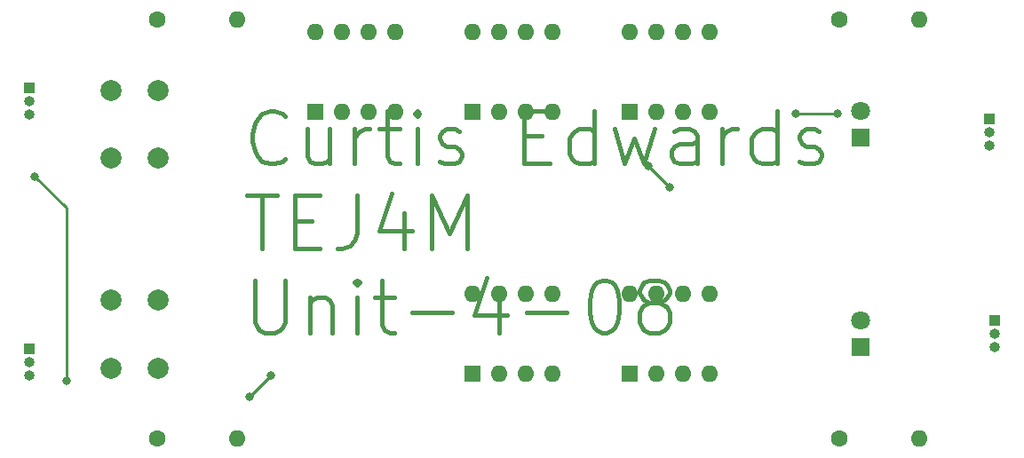
<source format=gbr>
%TF.GenerationSoftware,KiCad,Pcbnew,7.0.7*%
%TF.CreationDate,2023-11-02T13:25:28-04:00*%
%TF.ProjectId,TEJ4M-Unit-4-08,54454a34-4d2d-4556-9e69-742d342d3038,rev?*%
%TF.SameCoordinates,Original*%
%TF.FileFunction,Copper,L2,Bot*%
%TF.FilePolarity,Positive*%
%FSLAX46Y46*%
G04 Gerber Fmt 4.6, Leading zero omitted, Abs format (unit mm)*
G04 Created by KiCad (PCBNEW 7.0.7) date 2023-11-02 13:25:28*
%MOMM*%
%LPD*%
G01*
G04 APERTURE LIST*
%ADD10C,0.400000*%
%TA.AperFunction,NonConductor*%
%ADD11C,0.400000*%
%TD*%
%TA.AperFunction,ComponentPad*%
%ADD12R,1.000000X1.000000*%
%TD*%
%TA.AperFunction,ComponentPad*%
%ADD13O,1.000000X1.000000*%
%TD*%
%TA.AperFunction,ComponentPad*%
%ADD14R,1.600000X1.600000*%
%TD*%
%TA.AperFunction,ComponentPad*%
%ADD15O,1.600000X1.600000*%
%TD*%
%TA.AperFunction,ComponentPad*%
%ADD16C,2.000000*%
%TD*%
%TA.AperFunction,ComponentPad*%
%ADD17C,1.600000*%
%TD*%
%TA.AperFunction,ComponentPad*%
%ADD18R,1.800000X1.800000*%
%TD*%
%TA.AperFunction,ComponentPad*%
%ADD19C,1.800000*%
%TD*%
%TA.AperFunction,ViaPad*%
%ADD20C,0.800000*%
%TD*%
%TA.AperFunction,Conductor*%
%ADD21C,0.250000*%
%TD*%
G04 APERTURE END LIST*
D10*
D11*
X128310776Y-68291104D02*
X128072680Y-68529200D01*
X128072680Y-68529200D02*
X127358395Y-68767295D01*
X127358395Y-68767295D02*
X126882204Y-68767295D01*
X126882204Y-68767295D02*
X126167918Y-68529200D01*
X126167918Y-68529200D02*
X125691728Y-68053009D01*
X125691728Y-68053009D02*
X125453633Y-67576819D01*
X125453633Y-67576819D02*
X125215537Y-66624438D01*
X125215537Y-66624438D02*
X125215537Y-65910152D01*
X125215537Y-65910152D02*
X125453633Y-64957771D01*
X125453633Y-64957771D02*
X125691728Y-64481580D01*
X125691728Y-64481580D02*
X126167918Y-64005390D01*
X126167918Y-64005390D02*
X126882204Y-63767295D01*
X126882204Y-63767295D02*
X127358395Y-63767295D01*
X127358395Y-63767295D02*
X128072680Y-64005390D01*
X128072680Y-64005390D02*
X128310776Y-64243485D01*
X132596490Y-65433961D02*
X132596490Y-68767295D01*
X130453633Y-65433961D02*
X130453633Y-68053009D01*
X130453633Y-68053009D02*
X130691728Y-68529200D01*
X130691728Y-68529200D02*
X131167918Y-68767295D01*
X131167918Y-68767295D02*
X131882204Y-68767295D01*
X131882204Y-68767295D02*
X132358395Y-68529200D01*
X132358395Y-68529200D02*
X132596490Y-68291104D01*
X134977443Y-68767295D02*
X134977443Y-65433961D01*
X134977443Y-66386342D02*
X135215538Y-65910152D01*
X135215538Y-65910152D02*
X135453633Y-65672057D01*
X135453633Y-65672057D02*
X135929824Y-65433961D01*
X135929824Y-65433961D02*
X136406014Y-65433961D01*
X137358395Y-65433961D02*
X139263157Y-65433961D01*
X138072681Y-63767295D02*
X138072681Y-68053009D01*
X138072681Y-68053009D02*
X138310776Y-68529200D01*
X138310776Y-68529200D02*
X138786966Y-68767295D01*
X138786966Y-68767295D02*
X139263157Y-68767295D01*
X140929824Y-68767295D02*
X140929824Y-65433961D01*
X140929824Y-63767295D02*
X140691728Y-64005390D01*
X140691728Y-64005390D02*
X140929824Y-64243485D01*
X140929824Y-64243485D02*
X141167919Y-64005390D01*
X141167919Y-64005390D02*
X140929824Y-63767295D01*
X140929824Y-63767295D02*
X140929824Y-64243485D01*
X143072680Y-68529200D02*
X143548871Y-68767295D01*
X143548871Y-68767295D02*
X144501252Y-68767295D01*
X144501252Y-68767295D02*
X144977442Y-68529200D01*
X144977442Y-68529200D02*
X145215538Y-68053009D01*
X145215538Y-68053009D02*
X145215538Y-67814914D01*
X145215538Y-67814914D02*
X144977442Y-67338723D01*
X144977442Y-67338723D02*
X144501252Y-67100628D01*
X144501252Y-67100628D02*
X143786966Y-67100628D01*
X143786966Y-67100628D02*
X143310776Y-66862533D01*
X143310776Y-66862533D02*
X143072680Y-66386342D01*
X143072680Y-66386342D02*
X143072680Y-66148247D01*
X143072680Y-66148247D02*
X143310776Y-65672057D01*
X143310776Y-65672057D02*
X143786966Y-65433961D01*
X143786966Y-65433961D02*
X144501252Y-65433961D01*
X144501252Y-65433961D02*
X144977442Y-65672057D01*
X151167919Y-66148247D02*
X152834585Y-66148247D01*
X153548871Y-68767295D02*
X151167919Y-68767295D01*
X151167919Y-68767295D02*
X151167919Y-63767295D01*
X151167919Y-63767295D02*
X153548871Y-63767295D01*
X157834586Y-68767295D02*
X157834586Y-63767295D01*
X157834586Y-68529200D02*
X157358395Y-68767295D01*
X157358395Y-68767295D02*
X156406014Y-68767295D01*
X156406014Y-68767295D02*
X155929824Y-68529200D01*
X155929824Y-68529200D02*
X155691729Y-68291104D01*
X155691729Y-68291104D02*
X155453633Y-67814914D01*
X155453633Y-67814914D02*
X155453633Y-66386342D01*
X155453633Y-66386342D02*
X155691729Y-65910152D01*
X155691729Y-65910152D02*
X155929824Y-65672057D01*
X155929824Y-65672057D02*
X156406014Y-65433961D01*
X156406014Y-65433961D02*
X157358395Y-65433961D01*
X157358395Y-65433961D02*
X157834586Y-65672057D01*
X159739348Y-65433961D02*
X160691729Y-68767295D01*
X160691729Y-68767295D02*
X161644110Y-66386342D01*
X161644110Y-66386342D02*
X162596491Y-68767295D01*
X162596491Y-68767295D02*
X163548872Y-65433961D01*
X167596491Y-68767295D02*
X167596491Y-66148247D01*
X167596491Y-66148247D02*
X167358396Y-65672057D01*
X167358396Y-65672057D02*
X166882205Y-65433961D01*
X166882205Y-65433961D02*
X165929824Y-65433961D01*
X165929824Y-65433961D02*
X165453634Y-65672057D01*
X167596491Y-68529200D02*
X167120300Y-68767295D01*
X167120300Y-68767295D02*
X165929824Y-68767295D01*
X165929824Y-68767295D02*
X165453634Y-68529200D01*
X165453634Y-68529200D02*
X165215538Y-68053009D01*
X165215538Y-68053009D02*
X165215538Y-67576819D01*
X165215538Y-67576819D02*
X165453634Y-67100628D01*
X165453634Y-67100628D02*
X165929824Y-66862533D01*
X165929824Y-66862533D02*
X167120300Y-66862533D01*
X167120300Y-66862533D02*
X167596491Y-66624438D01*
X169977444Y-68767295D02*
X169977444Y-65433961D01*
X169977444Y-66386342D02*
X170215539Y-65910152D01*
X170215539Y-65910152D02*
X170453634Y-65672057D01*
X170453634Y-65672057D02*
X170929825Y-65433961D01*
X170929825Y-65433961D02*
X171406015Y-65433961D01*
X175215539Y-68767295D02*
X175215539Y-63767295D01*
X175215539Y-68529200D02*
X174739348Y-68767295D01*
X174739348Y-68767295D02*
X173786967Y-68767295D01*
X173786967Y-68767295D02*
X173310777Y-68529200D01*
X173310777Y-68529200D02*
X173072682Y-68291104D01*
X173072682Y-68291104D02*
X172834586Y-67814914D01*
X172834586Y-67814914D02*
X172834586Y-66386342D01*
X172834586Y-66386342D02*
X173072682Y-65910152D01*
X173072682Y-65910152D02*
X173310777Y-65672057D01*
X173310777Y-65672057D02*
X173786967Y-65433961D01*
X173786967Y-65433961D02*
X174739348Y-65433961D01*
X174739348Y-65433961D02*
X175215539Y-65672057D01*
X177358396Y-68529200D02*
X177834587Y-68767295D01*
X177834587Y-68767295D02*
X178786968Y-68767295D01*
X178786968Y-68767295D02*
X179263158Y-68529200D01*
X179263158Y-68529200D02*
X179501254Y-68053009D01*
X179501254Y-68053009D02*
X179501254Y-67814914D01*
X179501254Y-67814914D02*
X179263158Y-67338723D01*
X179263158Y-67338723D02*
X178786968Y-67100628D01*
X178786968Y-67100628D02*
X178072682Y-67100628D01*
X178072682Y-67100628D02*
X177596492Y-66862533D01*
X177596492Y-66862533D02*
X177358396Y-66386342D01*
X177358396Y-66386342D02*
X177358396Y-66148247D01*
X177358396Y-66148247D02*
X177596492Y-65672057D01*
X177596492Y-65672057D02*
X178072682Y-65433961D01*
X178072682Y-65433961D02*
X178786968Y-65433961D01*
X178786968Y-65433961D02*
X179263158Y-65672057D01*
X124739347Y-71817295D02*
X127596490Y-71817295D01*
X126167918Y-76817295D02*
X126167918Y-71817295D01*
X129263157Y-74198247D02*
X130929823Y-74198247D01*
X131644109Y-76817295D02*
X129263157Y-76817295D01*
X129263157Y-76817295D02*
X129263157Y-71817295D01*
X129263157Y-71817295D02*
X131644109Y-71817295D01*
X135215538Y-71817295D02*
X135215538Y-75388723D01*
X135215538Y-75388723D02*
X134977443Y-76103009D01*
X134977443Y-76103009D02*
X134501252Y-76579200D01*
X134501252Y-76579200D02*
X133786967Y-76817295D01*
X133786967Y-76817295D02*
X133310776Y-76817295D01*
X139739348Y-73483961D02*
X139739348Y-76817295D01*
X138548872Y-71579200D02*
X137358395Y-75150628D01*
X137358395Y-75150628D02*
X140453634Y-75150628D01*
X142358396Y-76817295D02*
X142358396Y-71817295D01*
X142358396Y-71817295D02*
X144025062Y-75388723D01*
X144025062Y-75388723D02*
X145691729Y-71817295D01*
X145691729Y-71817295D02*
X145691729Y-76817295D01*
X125453633Y-79867295D02*
X125453633Y-83914914D01*
X125453633Y-83914914D02*
X125691728Y-84391104D01*
X125691728Y-84391104D02*
X125929823Y-84629200D01*
X125929823Y-84629200D02*
X126406014Y-84867295D01*
X126406014Y-84867295D02*
X127358395Y-84867295D01*
X127358395Y-84867295D02*
X127834585Y-84629200D01*
X127834585Y-84629200D02*
X128072680Y-84391104D01*
X128072680Y-84391104D02*
X128310776Y-83914914D01*
X128310776Y-83914914D02*
X128310776Y-79867295D01*
X130691728Y-81533961D02*
X130691728Y-84867295D01*
X130691728Y-82010152D02*
X130929823Y-81772057D01*
X130929823Y-81772057D02*
X131406013Y-81533961D01*
X131406013Y-81533961D02*
X132120299Y-81533961D01*
X132120299Y-81533961D02*
X132596490Y-81772057D01*
X132596490Y-81772057D02*
X132834585Y-82248247D01*
X132834585Y-82248247D02*
X132834585Y-84867295D01*
X135215538Y-84867295D02*
X135215538Y-81533961D01*
X135215538Y-79867295D02*
X134977442Y-80105390D01*
X134977442Y-80105390D02*
X135215538Y-80343485D01*
X135215538Y-80343485D02*
X135453633Y-80105390D01*
X135453633Y-80105390D02*
X135215538Y-79867295D01*
X135215538Y-79867295D02*
X135215538Y-80343485D01*
X136882204Y-81533961D02*
X138786966Y-81533961D01*
X137596490Y-79867295D02*
X137596490Y-84153009D01*
X137596490Y-84153009D02*
X137834585Y-84629200D01*
X137834585Y-84629200D02*
X138310775Y-84867295D01*
X138310775Y-84867295D02*
X138786966Y-84867295D01*
X140453633Y-82962533D02*
X144263157Y-82962533D01*
X148786966Y-81533961D02*
X148786966Y-84867295D01*
X147596490Y-79629200D02*
X146406013Y-83200628D01*
X146406013Y-83200628D02*
X149501252Y-83200628D01*
X151406014Y-82962533D02*
X155215538Y-82962533D01*
X158548871Y-79867295D02*
X159025061Y-79867295D01*
X159025061Y-79867295D02*
X159501252Y-80105390D01*
X159501252Y-80105390D02*
X159739347Y-80343485D01*
X159739347Y-80343485D02*
X159977442Y-80819676D01*
X159977442Y-80819676D02*
X160215537Y-81772057D01*
X160215537Y-81772057D02*
X160215537Y-82962533D01*
X160215537Y-82962533D02*
X159977442Y-83914914D01*
X159977442Y-83914914D02*
X159739347Y-84391104D01*
X159739347Y-84391104D02*
X159501252Y-84629200D01*
X159501252Y-84629200D02*
X159025061Y-84867295D01*
X159025061Y-84867295D02*
X158548871Y-84867295D01*
X158548871Y-84867295D02*
X158072680Y-84629200D01*
X158072680Y-84629200D02*
X157834585Y-84391104D01*
X157834585Y-84391104D02*
X157596490Y-83914914D01*
X157596490Y-83914914D02*
X157358394Y-82962533D01*
X157358394Y-82962533D02*
X157358394Y-81772057D01*
X157358394Y-81772057D02*
X157596490Y-80819676D01*
X157596490Y-80819676D02*
X157834585Y-80343485D01*
X157834585Y-80343485D02*
X158072680Y-80105390D01*
X158072680Y-80105390D02*
X158548871Y-79867295D01*
X163072680Y-82010152D02*
X162596490Y-81772057D01*
X162596490Y-81772057D02*
X162358395Y-81533961D01*
X162358395Y-81533961D02*
X162120299Y-81057771D01*
X162120299Y-81057771D02*
X162120299Y-80819676D01*
X162120299Y-80819676D02*
X162358395Y-80343485D01*
X162358395Y-80343485D02*
X162596490Y-80105390D01*
X162596490Y-80105390D02*
X163072680Y-79867295D01*
X163072680Y-79867295D02*
X164025061Y-79867295D01*
X164025061Y-79867295D02*
X164501252Y-80105390D01*
X164501252Y-80105390D02*
X164739347Y-80343485D01*
X164739347Y-80343485D02*
X164977442Y-80819676D01*
X164977442Y-80819676D02*
X164977442Y-81057771D01*
X164977442Y-81057771D02*
X164739347Y-81533961D01*
X164739347Y-81533961D02*
X164501252Y-81772057D01*
X164501252Y-81772057D02*
X164025061Y-82010152D01*
X164025061Y-82010152D02*
X163072680Y-82010152D01*
X163072680Y-82010152D02*
X162596490Y-82248247D01*
X162596490Y-82248247D02*
X162358395Y-82486342D01*
X162358395Y-82486342D02*
X162120299Y-82962533D01*
X162120299Y-82962533D02*
X162120299Y-83914914D01*
X162120299Y-83914914D02*
X162358395Y-84391104D01*
X162358395Y-84391104D02*
X162596490Y-84629200D01*
X162596490Y-84629200D02*
X163072680Y-84867295D01*
X163072680Y-84867295D02*
X164025061Y-84867295D01*
X164025061Y-84867295D02*
X164501252Y-84629200D01*
X164501252Y-84629200D02*
X164739347Y-84391104D01*
X164739347Y-84391104D02*
X164977442Y-83914914D01*
X164977442Y-83914914D02*
X164977442Y-82962533D01*
X164977442Y-82962533D02*
X164739347Y-82486342D01*
X164739347Y-82486342D02*
X164501252Y-82248247D01*
X164501252Y-82248247D02*
X164025061Y-82010152D01*
D12*
%TO.P,J4,1,Pin_1*%
%TO.N,Net-(J4-Pin_1)*%
X195500000Y-64500000D03*
D13*
%TO.P,J4,2,Pin_2*%
%TO.N,Net-(J4-Pin_2)*%
X195500000Y-65770000D03*
%TO.P,J4,3,Pin_3*%
%TO.N,unconnected-(J4-Pin_3-Pad3)*%
X195500000Y-67040000D03*
%TD*%
D12*
%TO.P,J3,1,Pin_1*%
%TO.N,unconnected-(J3-Pin_1-Pad1)*%
X196025000Y-83725000D03*
D13*
%TO.P,J3,2,Pin_2*%
%TO.N,unconnected-(J3-Pin_2-Pad2)*%
X196025000Y-84995000D03*
%TO.P,J3,3,Pin_3*%
%TO.N,unconnected-(J3-Pin_3-Pad3)*%
X196025000Y-86265000D03*
%TD*%
D12*
%TO.P,J2,1,Pin_1*%
%TO.N,Net-(J2-Pin_1)*%
X104000000Y-61500000D03*
D13*
%TO.P,J2,2,Pin_2*%
%TO.N,Net-(J2-Pin_2)*%
X104000000Y-62770000D03*
%TO.P,J2,3,Pin_3*%
%TO.N,unconnected-(J2-Pin_3-Pad3)*%
X104000000Y-64040000D03*
%TD*%
D12*
%TO.P,J1,1,Pin_1*%
%TO.N,Net-(J1-Pin_1)*%
X104000000Y-86460000D03*
D13*
%TO.P,J1,2,Pin_2*%
%TO.N,Net-(J1-Pin_2)*%
X104000000Y-87730000D03*
%TO.P,J1,3,Pin_3*%
%TO.N,unconnected-(J1-Pin_3-Pad3)*%
X104000000Y-89000000D03*
%TD*%
D14*
%TO.P,U7,1*%
%TO.N,Net-(U5-Pad3)*%
X161200000Y-63800000D03*
D15*
%TO.P,U7,2*%
%TO.N,Net-(D4-A)*%
X163740000Y-63800000D03*
%TO.P,U7,3*%
%TO.N,Net-(D3-A)*%
X166280000Y-63800000D03*
%TO.P,U7,4*%
%TO.N,N/C*%
X168820000Y-63800000D03*
%TO.P,U7,5*%
X168820000Y-56180000D03*
%TO.P,U7,6*%
X166280000Y-56180000D03*
%TO.P,U7,7*%
X163740000Y-56180000D03*
%TO.P,U7,8*%
X161200000Y-56180000D03*
%TD*%
D14*
%TO.P,U6,1*%
%TO.N,Net-(D3-A)*%
X161200000Y-88800000D03*
D15*
%TO.P,U6,2*%
%TO.N,Net-(U4-Pad3)*%
X163740000Y-88800000D03*
%TO.P,U6,3*%
%TO.N,Net-(D4-A)*%
X166280000Y-88800000D03*
%TO.P,U6,4*%
%TO.N,N/C*%
X168820000Y-88800000D03*
%TO.P,U6,5*%
X168820000Y-81180000D03*
%TO.P,U6,6*%
X166280000Y-81180000D03*
%TO.P,U6,7*%
X163740000Y-81180000D03*
%TO.P,U6,8*%
X161200000Y-81180000D03*
%TD*%
D14*
%TO.P,U5,1*%
%TO.N,Net-(U3-Pad2)*%
X146200000Y-63800000D03*
D15*
%TO.P,U5,2*%
%TO.N,Net-(R2-Pad1)*%
X148740000Y-63800000D03*
%TO.P,U5,3*%
%TO.N,Net-(U5-Pad3)*%
X151280000Y-63800000D03*
%TO.P,U5,4*%
%TO.N,N/C*%
X153820000Y-63800000D03*
%TO.P,U5,5*%
X153820000Y-56180000D03*
%TO.P,U5,6*%
X151280000Y-56180000D03*
%TO.P,U5,7*%
X148740000Y-56180000D03*
%TO.P,U5,8*%
X146200000Y-56180000D03*
%TD*%
D14*
%TO.P,U4,1*%
%TO.N,Net-(R2-Pad1)*%
X146200000Y-88800000D03*
D15*
%TO.P,U4,2*%
%TO.N,Net-(R1-Pad1)*%
X148740000Y-88800000D03*
%TO.P,U4,3*%
%TO.N,Net-(U4-Pad3)*%
X151280000Y-88800000D03*
%TO.P,U4,4*%
%TO.N,N/C*%
X153820000Y-88800000D03*
%TO.P,U4,5*%
X153820000Y-81180000D03*
%TO.P,U4,6*%
X151280000Y-81180000D03*
%TO.P,U4,7*%
X148740000Y-81180000D03*
%TO.P,U4,8*%
X146200000Y-81180000D03*
%TD*%
D14*
%TO.P,U3,1*%
%TO.N,Net-(R1-Pad1)*%
X131200000Y-63800000D03*
D15*
%TO.P,U3,2*%
%TO.N,Net-(U3-Pad2)*%
X133740000Y-63800000D03*
%TO.P,U3,3*%
%TO.N,N/C*%
X136280000Y-63800000D03*
%TO.P,U3,4*%
X138820000Y-63800000D03*
%TO.P,U3,5*%
X138820000Y-56180000D03*
%TO.P,U3,6*%
X136280000Y-56180000D03*
%TO.P,U3,7*%
X133740000Y-56180000D03*
%TO.P,U3,8*%
X131200000Y-56180000D03*
%TD*%
D16*
%TO.P,U2,1*%
%TO.N,Net-(J1-Pin_2)*%
X111750000Y-81750000D03*
X111750000Y-88250000D03*
%TO.P,U2,2*%
%TO.N,Net-(R2-Pad1)*%
X116250000Y-81750000D03*
X116250000Y-88250000D03*
%TD*%
%TO.P,U1,1*%
%TO.N,Net-(J1-Pin_1)*%
X111750000Y-61750000D03*
X111750000Y-68250000D03*
%TO.P,U1,2*%
%TO.N,Net-(R1-Pad1)*%
X116250000Y-61750000D03*
X116250000Y-68250000D03*
%TD*%
D15*
%TO.P,R4,2*%
%TO.N,Net-(J4-Pin_2)*%
X188810000Y-95000000D03*
D17*
%TO.P,R4,1*%
%TO.N,Net-(D4-K)*%
X181190000Y-95000000D03*
%TD*%
%TO.P,R3,1*%
%TO.N,Net-(D3-K)*%
X181190000Y-55000000D03*
D15*
%TO.P,R3,2*%
%TO.N,Net-(J4-Pin_1)*%
X188810000Y-55000000D03*
%TD*%
D17*
%TO.P,R2,1*%
%TO.N,Net-(R2-Pad1)*%
X116190000Y-95000000D03*
D15*
%TO.P,R2,2*%
%TO.N,Net-(J2-Pin_2)*%
X123810000Y-95000000D03*
%TD*%
D17*
%TO.P,R1,1*%
%TO.N,Net-(R1-Pad1)*%
X116190000Y-55000000D03*
D15*
%TO.P,R1,2*%
%TO.N,Net-(J2-Pin_1)*%
X123810000Y-55000000D03*
%TD*%
D18*
%TO.P,D4,1,K*%
%TO.N,Net-(D4-K)*%
X183175000Y-86250000D03*
D19*
%TO.P,D4,2,A*%
%TO.N,Net-(D4-A)*%
X183175000Y-83710000D03*
%TD*%
D18*
%TO.P,D3,1,K*%
%TO.N,Net-(D3-K)*%
X183175000Y-66250000D03*
D19*
%TO.P,D3,2,A*%
%TO.N,Net-(D3-A)*%
X183175000Y-63710000D03*
%TD*%
D20*
%TO.N,Net-(J2-Pin_2)*%
X104500000Y-70000000D03*
X107500000Y-89500000D03*
%TO.N,Net-(D3-A)*%
X181000000Y-64000000D03*
X177000000Y-64000000D03*
%TO.N,Net-(D4-A)*%
X163000000Y-69000000D03*
X165000000Y-71000000D03*
%TO.N,Net-(R2-Pad1)*%
X127000000Y-89000000D03*
X125000000Y-91000000D03*
%TD*%
D21*
%TO.N,Net-(J2-Pin_2)*%
X107500000Y-73000000D02*
X104500000Y-70000000D01*
X107500000Y-89500000D02*
X107500000Y-73000000D01*
%TO.N,Net-(D3-A)*%
X177000000Y-64000000D02*
X181000000Y-64000000D01*
%TO.N,Net-(D4-A)*%
X165000000Y-71000000D02*
X163000000Y-69000000D01*
%TO.N,Net-(R2-Pad1)*%
X125000000Y-91000000D02*
X127000000Y-89000000D01*
%TD*%
M02*

</source>
